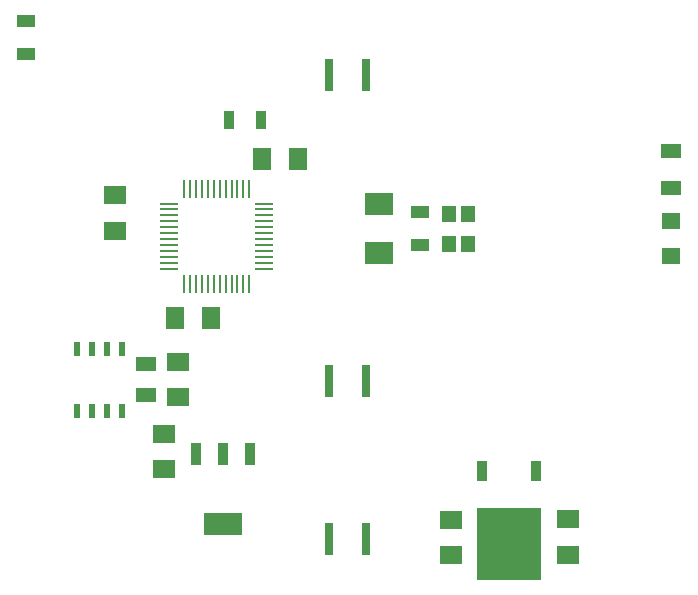
<source format=gbr>
%TF.GenerationSoftware,Altium Limited,Altium Designer,20.0.9 (164)*%
G04 Layer_Color=128*
%FSLAX26Y26*%
%MOIN*%
%TF.FileFunction,Paste,Bot*%
%TF.Part,Single*%
G01*
G75*
%TA.AperFunction,SMDPad,CuDef*%
%ADD23R,0.074803X0.061024*%
%ADD24R,0.035433X0.070866*%
%ADD25R,0.214567X0.244095*%
%ADD26R,0.074803X0.059055*%
%ADD27R,0.029528X0.106299*%
%ADD28R,0.064961X0.043307*%
%ADD29R,0.035433X0.074803*%
%ADD30R,0.125984X0.074803*%
%ADD31O,0.009842X0.061024*%
%ADD32O,0.061024X0.009842*%
%ADD33R,0.059055X0.055118*%
%ADD34R,0.059055X0.074803*%
%ADD35R,0.094488X0.074803*%
%ADD36R,0.070866X0.051181*%
%ADD37R,0.035433X0.062992*%
%ADD38R,0.051181X0.057087*%
G04:AMPARAMS|DCode=39|XSize=21.654mil|YSize=49.213mil|CornerRadius=1.949mil|HoleSize=0mil|Usage=FLASHONLY|Rotation=180.000|XOffset=0mil|YOffset=0mil|HoleType=Round|Shape=RoundedRectangle|*
%AMROUNDEDRECTD39*
21,1,0.021654,0.045315,0,0,180.0*
21,1,0.017756,0.049213,0,0,180.0*
1,1,0.003898,-0.008878,0.022657*
1,1,0.003898,0.008878,0.022657*
1,1,0.003898,0.008878,-0.022657*
1,1,0.003898,-0.008878,-0.022657*
%
%ADD39ROUNDEDRECTD39*%
%ADD40R,0.066929X0.045276*%
D23*
X1845000Y1293071D02*
D03*
Y1176929D02*
D03*
X2800000Y1008071D02*
D03*
Y891929D02*
D03*
D24*
X2905236Y1170354D02*
D03*
X3084764D02*
D03*
D25*
X2995000Y926260D02*
D03*
D26*
X3190000Y890945D02*
D03*
Y1009055D02*
D03*
X1890000Y1415945D02*
D03*
Y1534055D02*
D03*
X1680000Y1970945D02*
D03*
Y2089055D02*
D03*
D27*
X2392992Y945000D02*
D03*
X2517008D02*
D03*
X2392992Y1470000D02*
D03*
X2517008D02*
D03*
Y2490000D02*
D03*
X2392992D02*
D03*
D28*
X1385000Y2671102D02*
D03*
Y2558898D02*
D03*
X2695472Y2034567D02*
D03*
Y1922362D02*
D03*
D29*
X1949449Y1226142D02*
D03*
X2040000D02*
D03*
X2130551D02*
D03*
D30*
X2040000Y993858D02*
D03*
D31*
X2127795Y2111929D02*
D03*
X2108110D02*
D03*
X2088425D02*
D03*
X2068740D02*
D03*
X2049055D02*
D03*
X2029370D02*
D03*
X2009685D02*
D03*
X1990000D02*
D03*
X1970315D02*
D03*
X1950630D02*
D03*
X1930945D02*
D03*
X1911260D02*
D03*
Y1795000D02*
D03*
X1930945D02*
D03*
X1950630D02*
D03*
X1970315D02*
D03*
X1990000D02*
D03*
X2009685D02*
D03*
X2029370D02*
D03*
X2049055D02*
D03*
X2068740D02*
D03*
X2088425D02*
D03*
X2108110D02*
D03*
X2127795D02*
D03*
D32*
X1861063Y2061732D02*
D03*
Y2042047D02*
D03*
Y2022362D02*
D03*
Y2002677D02*
D03*
Y1982992D02*
D03*
Y1963307D02*
D03*
Y1943622D02*
D03*
Y1923937D02*
D03*
Y1904252D02*
D03*
Y1884567D02*
D03*
Y1864882D02*
D03*
Y1845197D02*
D03*
X2177992D02*
D03*
Y1864882D02*
D03*
Y1884567D02*
D03*
Y1904252D02*
D03*
Y1923937D02*
D03*
Y1943622D02*
D03*
Y1963307D02*
D03*
Y1982992D02*
D03*
Y2002677D02*
D03*
Y2022362D02*
D03*
Y2042047D02*
D03*
Y2061732D02*
D03*
D33*
X3535000Y2004055D02*
D03*
Y1885945D02*
D03*
D34*
X1999055Y1680000D02*
D03*
X1880945D02*
D03*
X2170945Y2210000D02*
D03*
X2289055D02*
D03*
D35*
X2560472Y2059882D02*
D03*
Y1898465D02*
D03*
D36*
X3535000Y2113976D02*
D03*
Y2236024D02*
D03*
D37*
X2061850Y2340000D02*
D03*
X2168150D02*
D03*
D38*
X2793976Y1928465D02*
D03*
X2856968D02*
D03*
X2793976Y2028465D02*
D03*
X2856968D02*
D03*
D39*
X1705000Y1371654D02*
D03*
X1655000D02*
D03*
X1605000D02*
D03*
X1555000D02*
D03*
X1705000Y1578347D02*
D03*
X1655000D02*
D03*
X1605000D02*
D03*
X1555000D02*
D03*
D40*
X1785000Y1423819D02*
D03*
Y1526181D02*
D03*
%TF.MD5,c7b9e295fb8f24a903c82b5d03c47549*%
M02*

</source>
